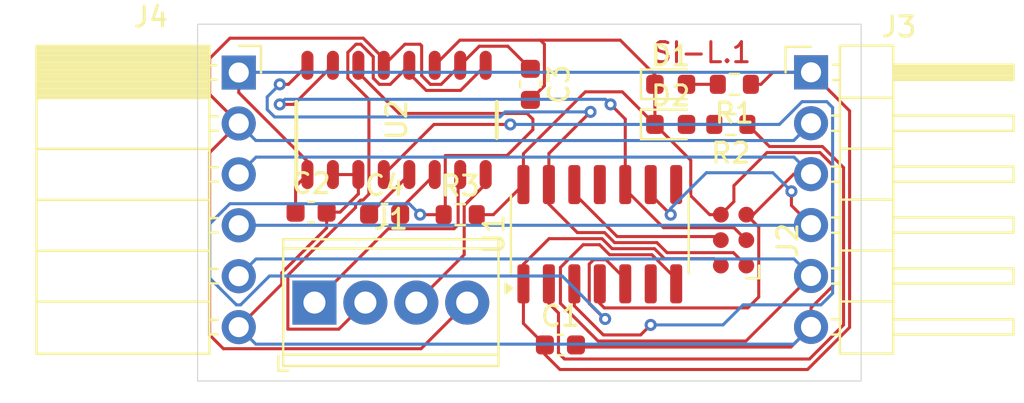
<source format=kicad_pcb>
(kicad_pcb (version 20240108) (generator "pcbnew") (generator_version "8.0")
  (layers (0 "F.Cu" signal) (31 "B.Cu" signal) (34 "B.Paste" user) (35 "F.Paste" user) (36 "B.SilkS" user "B.Silkscreen") (37 "F.SilkS" user "F.Silkscreen") (38 "B.Mask" user) (39 "F.Mask" user) (44 "Edge.Cuts" user))
  (net 0 "")
  (net 1 "+3V3")
  (net 2 "GND")
  (net 3 "+5V")
  (net 4 "Net-(C4-Pad1)")
  (net 5 "Net-(C4-Pad2)")
  (net 6 "Net-(D1-A)")
  (net 7 "Net-(D2-A)")
  (net 8 "/LC_+SI")
  (net 9 "/LC_-SI")
  (net 10 "/LC_-EX")
  (net 11 "/SPI_SCK")
  (net 12 "/SPI_MOSI")
  (net 13 "/SPI_MISO")
  (net 14 "/RESET")
  (net 15 "/I2C_SCL")
  (net 16 "/I2C_SDA")
  (net 17 "/ADC_SHDN")
  (net 18 "/STATUS")
  (net 19 "/SPI_SS")
  (net 22 "/ADC_SPD")
  (footprint "Capacitor_SMD:C_0603_1608Metric" (layer "F.Cu") (at 151.5 98.5 -90)
    (property "Reference" "C3" (at 0 -1.43 90) (layer "F.SilkS"))
    (property "Value" "1u")
    (fp_line (start -0.14058 0.51) (end 0.14058 0.51) (stroke (width 0.12)) (layer "F.SilkS"))
    (fp_line (start -0.14058 -0.51) (end 0.14058 -0.51) (stroke (width 0.12)) (layer "F.SilkS"))
    (pad "1" smd roundrect (at -0.775 0 270) (size 0.9 0.95) (layers "F.Cu" "F.Paste" "F.Mask") (net 3 "+5V"))
    (pad "2" smd roundrect (at 0.775 0 270) (size 0.9 0.95) (layers "F.Cu" "F.Paste" "F.Mask") (net 2 "GND"))
  )
  (footprint "Capacitor_SMD:C_0603_1608Metric" (layer "F.Cu") (at 153 111.5)
    (property "Reference" "C1" (at 0 -1.43 0) (layer "F.SilkS"))
    (property "Value" "0.1u")
    (fp_line (start -0.14058 -0.51) (end 0.14058 -0.51) (stroke (width 0.12)) (layer "F.SilkS"))
    (fp_line (start -0.14058 0.51) (end 0.14058 0.51) (stroke (width 0.12)) (layer "F.SilkS"))
    (pad "1" smd roundrect (at -0.775 0) (size 0.9 0.95) (layers "F.Cu" "F.Paste" "F.Mask") (net 1 "+3V3"))
    (pad "2" smd roundrect (at 0.775 0) (size 0.9 0.95) (layers "F.Cu" "F.Paste" "F.Mask") (net 2 "GND"))
  )
  (footprint "LED_SMD:LED_0603_1608Metric" (layer "F.Cu") (at 158.5 100.5)
    (property "Reference" "D2" (at 0 -1.43 0) (layer "F.SilkS"))
    (property "Value" "LED")
    (fp_line (start -1.485 -0.735) (end -1.485 0.735) (stroke (width 0.12)) (layer "F.SilkS"))
    (fp_line (start -1.485 0.735) (end 0.8 0.735) (stroke (width 0.12)) (layer "F.SilkS"))
    (fp_line (start 0.8 -0.735) (end -1.485 -0.735) (stroke (width 0.12)) (layer "F.SilkS"))
    (pad "1" smd roundrect (at -0.7875 0) (size 0.875 0.95) (layers "F.Cu" "F.Paste" "F.Mask") (net 2 "GND"))
    (pad "2" smd roundrect (at 0.7875 0) (size 0.875 0.95) (layers "F.Cu" "F.Paste" "F.Mask") (net 7 "Net-(D2-A)"))
  )
  (footprint "footprints:D0016A_N" (layer "F.Cu") (at 144.825 100.274999 90)
    (property "Reference" "U2" (at 0 0 90) (layer "F.SilkS"))
    (property "Value" "ADS1231ID")
    (fp_line (start -3.300001 -5) (end 0.900001 -5) (stroke (width 0.2)) (layer "F.SilkS"))
    (fp_line (start -0.900001 5) (end 0.900001 5) (stroke (width 0.2)) (layer "F.SilkS"))
    (pad "1" smd oval (at -2.725001 -4.445 180) (size 0.599999 1.45) (layers "F.Cu" "F.Paste" "F.Mask") (net 1 "+3V3"))
    (pad "2" smd oval (at -2.725001 -3.175 180) (size 0.599999 1.45) (layers "F.Cu" "F.Paste" "F.Mask") (net 2 "GND"))
    (pad "3" smd oval (at -2.725001 -1.905 180) (size 0.599999 1.45) (layers "F.Cu" "F.Paste" "F.Mask") (net 2 "GND"))
    (pad "4" smd oval (at -2.725001 -0.635 180) (size 0.599999 1.45) (layers "F.Cu" "F.Paste" "F.Mask") (net 22 "/ADC_SPD"))
    (pad "5" smd oval (at -2.725001 0.635 180) (size 0.599999 1.45) (layers "F.Cu" "F.Paste" "F.Mask") (net 4 "Net-(C4-Pad1)"))
    (pad "6" smd oval (at -2.725001 1.905 180) (size 0.599999 1.45) (layers "F.Cu" "F.Paste" "F.Mask") (net 5 "Net-(C4-Pad2)"))
    (pad "7" smd oval (at -2.725001 3.175 180) (size 0.599999 1.45) (layers "F.Cu" "F.Paste" "F.Mask") (net 8 "/LC_+SI"))
    (pad "8" smd oval (at -2.725001 4.445 180) (size 0.599999 1.45) (layers "F.Cu" "F.Paste" "F.Mask") (net 9 "/LC_-SI"))
    (pad "9" smd oval (at 2.724998 4.445 180) (size 0.599999 1.45) (layers "F.Cu" "F.Paste" "F.Mask") (net 10 "/LC_-EX"))
    (pad "10" smd oval (at 2.724998 3.175 180) (size 0.599999 1.45) (layers "F.Cu" "F.Paste" "F.Mask") (net 3 "+5V"))
    (pad "11" smd oval (at 2.724998 1.905 180) (size 0.599999 1.45) (layers "F.Cu" "F.Paste" "F.Mask") (net 2 "GND"))
    (pad "12" smd oval (at 2.724998 0.635 180) (size 0.599999 1.45) (layers "F.Cu" "F.Paste" "F.Mask") (net 10 "/LC_-EX"))
    (pad "13" smd oval (at 2.724998 -0.635 180) (size 0.599999 1.45) (layers "F.Cu" "F.Paste" "F.Mask") (net 3 "+5V"))
    (pad "14" smd oval (at 2.724998 -1.905 180) (size 0.599999 1.45) (layers "F.Cu" "F.Paste" "F.Mask") (net 17 "/ADC_SHDN"))
    (pad "15" smd oval (at 2.724998 -3.175 180) (size 0.599999 1.45) (layers "F.Cu" "F.Paste" "F.Mask") (net 11 "/SPI_SCK"))
    (pad "16" smd oval (at 2.724998 -4.445 180) (size 0.599999 1.45) (layers "F.Cu" "F.Paste" "F.Mask") (net 13 "/SPI_MISO"))
  )
  (footprint "LED_SMD:LED_0603_1608Metric" (layer "F.Cu") (at 158.5 98.5)
    (property "Reference" "D1" (at 0 -1.43 0) (layer "F.SilkS"))
    (property "Value" "LED")
    (fp_line (start -1.485 -0.735) (end -1.485 0.735) (stroke (width 0.12)) (layer "F.SilkS"))
    (fp_line (start -1.485 0.735) (end 0.8 0.735) (stroke (width 0.12)) (layer "F.SilkS"))
    (fp_line (start 0.8 -0.735) (end -1.485 -0.735) (stroke (width 0.12)) (layer "F.SilkS"))
    (pad "1" smd roundrect (at -0.7875 0) (size 0.875 0.95) (layers "F.Cu" "F.Paste" "F.Mask") (net 2 "GND"))
    (pad "2" smd roundrect (at 0.7875 0) (size 0.875 0.95) (layers "F.Cu" "F.Paste" "F.Mask") (net 6 "Net-(D1-A)"))
  )
  (footprint "Capacitor_SMD:C_0603_1608Metric" (layer "F.Cu") (at 140.562622 104.875737)
    (property "Reference" "C2" (at 0 -1.43 0) (layer "F.SilkS"))
    (property "Value" "1u")
    (fp_line (start -0.14058 -0.51) (end 0.14058 -0.51) (stroke (width 0.12)) (layer "F.SilkS"))
    (fp_line (start -0.14058 0.51) (end 0.14058 0.51) (stroke (width 0.12)) (layer "F.SilkS"))
    (pad "1" smd roundrect (at -0.775 0) (size 0.9 0.95) (layers "F.Cu" "F.Paste" "F.Mask") (net 1 "+3V3"))
    (pad "2" smd roundrect (at 0.775 0) (size 0.9 0.95) (layers "F.Cu" "F.Paste" "F.Mask") (net 2 "GND"))
  )
  (footprint "Connector:Tag-Connect_TC2030-IDC-NL_2x03_P1.27mm_Vertical" (layer "F.Cu") (at 161.636496 106.270355 90)
    (property "Reference" "J2" (at 0 2.7 90) (layer "F.SilkS"))
    (property "Value" "AVR-ISP-6")
    (fp_line (start -1.27 1.27) (end -1.905 1.27) (stroke (width 0.12)) (layer "F.SilkS"))
    (fp_line (start -1.905 1.27) (end -1.905 0.635) (stroke (width 0.12)) (layer "F.SilkS"))
    (pad "" np_thru_hole circle (at -2.54 0 90) (size 0.9906 0.9906) (drill 0.9906) (layers "*.Cu" "*.Mask"))
    (pad "" np_thru_hole circle (at 2.54 -1.016 90) (size 0.9906 0.9906) (drill 0.9906) (layers "*.Cu" "*.Mask"))
    (pad "" np_thru_hole circle (at 2.54 1.016 90) (size 0.9906 0.9906) (drill 0.9906) (layers "*.Cu" "*.Mask"))
    (pad "1" connect circle (at -1.27 0.635 90) (size 0.7874 0.7874) (layers "F.Cu" "F.Mask") (net 13 "/SPI_MISO"))
    (pad "2" connect circle (at -1.27 -0.635 90) (size 0.7874 0.7874) (layers "F.Cu" "F.Mask") (net 1 "+3V3"))
    (pad "3" connect circle (at 0 0.635 90) (size 0.7874 0.7874) (layers "F.Cu" "F.Mask") (net 11 "/SPI_SCK"))
    (pad "4" connect circle (at 0 -0.635 90) (size 0.7874 0.7874) (layers "F.Cu" "F.Mask") (net 12 "/SPI_MOSI"))
    (pad "5" connect circle (at 1.27 0.635 90) (size 0.7874 0.7874) (layers "F.Cu" "F.Mask") (net 14 "/RESET"))
    (pad "6" connect circle (at 1.27 -0.635 90) (size 0.7874 0.7874) (layers "F.Cu" "F.Mask") (net 2 "GND"))
  )
  (footprint "TerminalBlock_Phoenix:TerminalBlock_Phoenix_MPT-0,5-4-2.54_1x04_P2.54mm_Horizontal" (layer "F.Cu") (at 140.729508 109.386164)
    (property "Reference" "J1" (at 3.81 -4.16 0) (layer "F.SilkS"))
    (property "Value" "Screw_Terminal_01x04")
    (fp_line (start -1.8 2.66) (end -1.8 3.4) (stroke (width 0.12)) (layer "F.SilkS"))
    (fp_line (start -1.8 3.4) (end -1.3 3.4) (stroke (width 0.12)) (layer "F.SilkS"))
    (fp_line (start -1.56 -3.16) (end -1.56 3.16) (stroke (width 0.12)) (layer "F.SilkS"))
    (fp_line (start -1.56 -3.16) (end 9.18 -3.16) (stroke (width 0.12)) (layer "F.SilkS"))
    (fp_line (start -1.56 -2.7) (end 9.18 -2.7) (stroke (width 0.12)) (layer "F.SilkS"))
    (fp_line (start -1.56 2.6) (end 9.18 2.6) (stroke (width 0.12)) (layer "F.SilkS"))
    (fp_line (start -1.56 3.16) (end 9.18 3.16) (stroke (width 0.12)) (layer "F.SilkS"))
    (fp_line (start 9.18 -3.16) (end 9.18 3.16) (stroke (width 0.12)) (layer "F.SilkS"))
    (pad "1" thru_hole rect (at 0 0) (size 2.2 2.2) (drill 1.1) (layers "*.Cu" "*.Mask") (net 8 "/LC_+SI"))
    (pad "2" thru_hole circle (at 2.54 0) (size 2.2 2.2) (drill 1.1) (layers "*.Cu" "*.Mask") (net 10 "/LC_-EX"))
    (pad "3" thru_hole circle (at 5.08 0) (size 2.2 2.2) (drill 1.1) (layers "*.Cu" "*.Mask") (net 9 "/LC_-SI"))
    (pad "4" thru_hole circle (at 7.62 0) (size 2.2 2.2) (drill 1.1) (layers "*.Cu" "*.Mask") (net 3 "+5V"))
  )
  (footprint "Resistor_SMD:R_0603_1608Metric" (layer "F.Cu") (at 161.5 100.5 180)
    (property "Reference" "R2" (at 0 -1.43 0) (layer "F.SilkS"))
    (property "Value" "330")
    (fp_line (start -0.237258 0.5225) (end 0.237258 0.5225) (stroke (width 0.12)) (layer "F.SilkS"))
    (fp_line (start -0.237258 -0.5225) (end 0.237258 -0.5225) (stroke (width 0.12)) (layer "F.SilkS"))
    (pad "1" smd roundrect (at -0.825 0 180) (size 0.8 0.95) (layers "F.Cu" "F.Paste" "F.Mask") (net 18 "/STATUS"))
    (pad "2" smd roundrect (at 0.825 0 180) (size 0.8 0.95) (layers "F.Cu" "F.Paste" "F.Mask") (net 7 "Net-(D2-A)"))
  )
  (footprint "Resistor_SMD:R_0603_1608Metric" (layer "F.Cu") (at 148 105)
    (property "Reference" "R3" (at 0 -1.43 0) (layer "F.SilkS"))
    (property "Value" "10k")
    (fp_line (start -0.237258 -0.5225) (end 0.237258 -0.5225) (stroke (width 0.12)) (layer "F.SilkS"))
    (fp_line (start -0.237258 0.5225) (end 0.237258 0.5225) (stroke (width 0.12)) (layer "F.SilkS"))
    (pad "1" smd roundrect (at -0.825 0) (size 0.8 0.95) (layers "F.Cu" "F.Paste" "F.Mask") (net 17 "/ADC_SHDN"))
    (pad "2" smd roundrect (at 0.825 0) (size 0.8 0.95) (layers "F.Cu" "F.Paste" "F.Mask") (net 2 "GND"))
  )
  (footprint "Capacitor_SMD:C_0603_1608Metric" (layer "F.Cu") (at 144.229866 104.975149)
    (property "Reference" "C4" (at 0 -1.43 0) (layer "F.SilkS"))
    (property "Value" "0.1u")
    (fp_line (start -0.14058 -0.51) (end 0.14058 -0.51) (stroke (width 0.12)) (layer "F.SilkS"))
    (fp_line (start -0.14058 0.51) (end 0.14058 0.51) (stroke (width 0.12)) (layer "F.SilkS"))
    (pad "1" smd roundrect (at -0.775 0) (size 0.9 0.95) (layers "F.Cu" "F.Paste" "F.Mask") (net 4 "Net-(C4-Pad1)"))
    (pad "2" smd roundrect (at 0.775 0) (size 0.9 0.95) (layers "F.Cu" "F.Paste" "F.Mask") (net 5 "Net-(C4-Pad2)"))
  )
  (footprint "Package_SO:SOIC-14_3.9x8.7mm_P1.27mm" (layer "F.Cu") (at 154.963406 105.975748 90)
    (property "Reference" "U1" (at 0 -5.28 90) (layer "F.SilkS"))
    (property "Value" "ATtiny841-SS")
    (fp_line (start 0 -4.435) (end 1.95 -4.435) (stroke (width 0.12)) (layer "F.SilkS"))
    (fp_line (start 0 -4.435) (end -1.95 -4.435) (stroke (width 0.12)) (layer "F.SilkS"))
    (fp_line (start 0 4.435) (end 1.95 4.435) (stroke (width 0.12)) (layer "F.SilkS"))
    (fp_line (start 0 4.435) (end -1.95 4.435) (stroke (width 0.12)) (layer "F.SilkS"))
    (fp_poly (pts (xy -2.7 -4.37) (xy -2.94 -4.7) (xy -2.46 -4.7) (xy -2.7 -4.37)) (stroke (width 0.12)) (fill solid) (layer "F.SilkS"))
    (pad "1" smd roundrect (at -2.475 -3.81 90) (size 1.95 0.6) (layers "F.Cu" "F.Paste" "F.Mask") (net 1 "+3V3"))
    (pad "2" smd roundrect (at -2.475 -2.54 90) (size 1.95 0.6) (layers "F.Cu" "F.Paste" "F.Mask") (net 18 "/STATUS"))
    (pad "3" smd roundrect (at -2.475 -1.27 90) (size 1.95 0.6) (layers "F.Cu" "F.Paste" "F.Mask") (net 22 "/ADC_SPD"))
    (pad "4" smd roundrect (at -2.475 0 90) (size 1.95 0.6) (layers "F.Cu" "F.Paste" "F.Mask") (net 14 "/RESET"))
    (pad "5" smd roundrect (at -2.475 1.27 90) (size 1.95 0.6) (layers "F.Cu" "F.Paste" "F.Mask") (net 17 "/ADC_SHDN"))
    (pad "6" smd roundrect (at -2.475 2.54 90) (size 1.95 0.6) (layers "F.Cu" "F.Paste" "F.Mask"))
    (pad "7" smd roundrect (at -2.475 3.81 90) (size 1.95 0.6) (layers "F.Cu" "F.Paste" "F.Mask") (net 16 "/I2C_SDA"))
    (pad "8" smd roundrect (at 2.475 3.81 90) (size 1.95 0.6) (layers "F.Cu" "F.Paste" "F.Mask"))
    (pad "9" smd roundrect (at 2.475 2.54 90) (size 1.95 0.6) (layers "F.Cu" "F.Paste" "F.Mask") (net 15 "/I2C_SCL"))
    (pad "10" smd roundrect (at 2.475 1.27 90) (size 1.95 0.6) (layers "F.Cu" "F.Paste" "F.Mask") (net 11 "/SPI_SCK"))
    (pad "11" smd roundrect (at 2.475 0 90) (size 1.95 0.6) (layers "F.Cu" "F.Paste" "F.Mask") (net 19 "/SPI_SS"))
    (pad "12" smd roundrect (at 2.475 -1.27 90) (size 1.95 0.6) (layers "F.Cu" "F.Paste" "F.Mask") (net 12 "/SPI_MOSI"))
    (pad "13" smd roundrect (at 2.475 -2.54 90) (size 1.95 0.6) (layers "F.Cu" "F.Paste" "F.Mask") (net 13 "/SPI_MISO"))
    (pad "14" smd roundrect (at 2.475 -3.81 90) (size 1.95 0.6) (layers "F.Cu" "F.Paste" "F.Mask") (net 2 "GND"))
  )
  (footprint "Connector_PinSocket_2.54mm:PinSocket_1x06_P2.54mm_Horizontal" (layer "F.Cu") (at 136.953623 97.910917)
    (property "Reference" "J4" (at -4.38 -2.77 0) (layer "F.SilkS"))
    (property "Value" "Conn_01x06_Socket")
    (fp_line (start -10.09 -1.33) (end -10.09 14.03) (stroke (width 0.12)) (layer "F.SilkS"))
    (fp_line (start -10.09 -1.33) (end -1.46 -1.33) (stroke (width 0.12)) (layer "F.SilkS"))
    (fp_line (start -10.09 -1.21) (end -1.46 -1.21) (stroke (width 0.12)) (layer "F.SilkS"))
    (fp_line (start -10.09 -1.091905) (end -1.46 -1.091905) (stroke (width 0.12)) (layer "F.SilkS"))
    (fp_line (start -10.09 -0.97381) (end -1.46 -0.97381) (stroke (width 0.12)) (layer "F.SilkS"))
    (fp_line (start -10.09 -0.855715) (end -1.46 -0.855715) (stroke (width 0.12)) (layer "F.SilkS"))
    (fp_line (start -10.09 -0.73762) (end -1.46 -0.73762) (stroke (width 0.12)) (layer "F.SilkS"))
    (fp_line (start -10.09 -0.619525) (end -1.46 -0.619525) (stroke (width 0.12)) (layer "F.SilkS"))
    (fp_line (start -10.09 -0.50143) (end -1.46 -0.50143) (stroke (width 0.12)) (layer "F.SilkS"))
    (fp_line (start -10.09 -0.383335) (end -1.46 -0.383335) (stroke (width 0.12)) (layer "F.SilkS"))
    (fp_line (start -10.09 -0.26524) (end -1.46 -0.26524) (stroke (width 0.12)) (layer "F.SilkS"))
    (fp_line (start -10.09 -0.147145) (end -1.46 -0.147145) (stroke (width 0.12)) (layer "F.SilkS"))
    (fp_line (start -10.09 -0.02905) (end -1.46 -0.02905) (stroke (width 0.12)) (layer "F.SilkS"))
    (fp_line (start -10.09 0.089045) (end -1.46 0.089045) (stroke (width 0.12)) (layer "F.SilkS"))
    (fp_line (start -10.09 0.20714) (end -1.46 0.20714) (stroke (width 0.12)) (layer "F.SilkS"))
    (fp_line (start -10.09 0.325235) (end -1.46 0.325235) (stroke (width 0.12)) (layer "F.SilkS"))
    (fp_line (start -10.09 0.44333) (end -1.46 0.44333) (stroke (width 0.12)) (layer "F.SilkS"))
    (fp_line (start -10.09 0.561425) (end -1.46 0.561425) (stroke (width 0.12)) (layer "F.SilkS"))
    (fp_line (start -10.09 0.67952) (end -1.46 0.67952) (stroke (width 0.12)) (layer "F.SilkS"))
    (fp_line (start -10.09 0.797615) (end -1.46 0.797615) (stroke (width 0.12)) (layer "F.SilkS"))
    (fp_line (start -10.09 0.91571) (end -1.46 0.91571) (stroke (width 0.12)) (layer "F.SilkS"))
    (fp_line (start -10.09 1.033805) (end -1.46 1.033805) (stroke (width 0.12)) (layer "F.SilkS"))
    (fp_line (start -10.09 1.1519) (end -1.46 1.1519) (stroke (width 0.12)) (layer "F.SilkS"))
    (fp_line (start -10.09 1.27) (end -1.46 1.27) (stroke (width 0.12)) (layer "F.SilkS"))
    (fp_line (start -10.09 3.81) (end -1.46 3.81) (stroke (width 0.12)) (layer "F.SilkS"))
    (fp_line (start -10.09 6.35) (end -1.46 6.35) (stroke (width 0.12)) (layer "F.SilkS"))
    (fp_line (start -10.09 8.89) (end -1.46 8.89) (stroke (width 0.12)) (layer "F.SilkS"))
    (fp_line (start -10.09 11.43) (end -1.46 11.43) (stroke (width 0.12)) (layer "F.SilkS"))
    (fp_line (start -10.09 14.03) (end -1.46 14.03) (stroke (width 0.12)) (layer "F.SilkS"))
    (fp_line (start -1.46 -1.33) (end -1.46 14.03) (stroke (width 0.12)) (layer "F.SilkS"))
    (fp_line (start -1.46 -0.36) (end -1.11 -0.36) (stroke (width 0.12)) (layer "F.SilkS"))
    (fp_line (start -1.46 0.36) (end -1.11 0.36) (stroke (width 0.12)) (layer "F.SilkS"))
    (fp_line (start -1.46 2.18) (end -1.05 2.18) (stroke (width 0.12)) (layer "F.SilkS"))
    (fp_line (start -1.46 2.9) (end -1.05 2.9) (stroke (width 0.12)) (layer "F.SilkS"))
    (fp_line (start -1.46 4.72) (end -1.05 4.72) (stroke (width 0.12)) (layer "F.SilkS"))
    (fp_line (start -1.46 5.44) (end -1.05 5.44) (stroke (width 0.12)) (layer "F.SilkS"))
    (fp_line (start -1.46 7.26) (end -1.05 7.26) (stroke (width 0.12)) (layer "F.SilkS"))
    (fp_line (start -1.46 7.98) (end -1.05 7.98) (stroke (width 0.12)) (layer "F.SilkS"))
    (fp_line (start -1.46 9.8) (end -1.05 9.8) (stroke (width 0.12)) (layer "F.SilkS"))
    (fp_line (start -1.46 10.52) (end -1.05 10.52) (stroke (width 0.12)) (layer "F.SilkS"))
    (fp_line (start -1.46 12.34) (end -1.05 12.34) (stroke (width 0.12)) (layer "F.SilkS"))
    (fp_line (start -1.46 13.06) (end -1.05 13.06) (stroke (width 0.12)) (layer "F.SilkS"))
    (fp_line (start 0 -1.33) (end 1.11 -1.33) (stroke (width 0.12)) (layer "F.SilkS"))
    (fp_line (start 1.11 -1.33) (end 1.11 0) (stroke (width 0.12)) (layer "F.SilkS"))
    (pad "1" thru_hole rect (at 0 0) (size 1.7 1.7) (drill 1) (layers "*.Cu" "*.Mask") (net 1 "+3V3"))
    (pad "2" thru_hole oval (at 0 2.54) (size 1.7 1.7) (drill 1) (layers "*.Cu" "*.Mask") (net 3 "+5V"))
    (pad "3" thru_hole oval (at 0 5.08) (size 1.7 1.7) (drill 1) (layers "*.Cu" "*.Mask") (net 14 "/RESET"))
    (pad "4" thru_hole oval (at 0 7.62) (size 1.7 1.7) (drill 1) (layers "*.Cu" "*.Mask") (net 15 "/I2C_SCL"))
    (pad "5" thru_hole oval (at 0 10.16) (size 1.7 1.7) (drill 1) (layers "*.Cu" "*.Mask") (net 16 "/I2C_SDA"))
    (pad "6" thru_hole oval (at 0 12.7) (size 1.7 1.7) (drill 1) (layers "*.Cu" "*.Mask") (net 2 "GND"))
  )
  (footprint "Resistor_SMD:R_0603_1608Metric" (layer "F.Cu") (at 161.675 98.5 180)
    (property "Reference" "R1" (at 0 -1.43 0) (layer "F.SilkS"))
    (property "Value" "330")
    (fp_line (start -0.237258 0.5225) (end 0.237258 0.5225) (stroke (width 0.12)) (layer "F.SilkS"))
    (fp_line (start -0.237258 -0.5225) (end 0.237258 -0.5225) (stroke (width 0.12)) (layer "F.SilkS"))
    (pad "1" smd roundrect (at -0.825 0 180) (size 0.8 0.95) (layers "F.Cu" "F.Paste" "F.Mask") (net 1 "+3V3"))
    (pad "2" smd roundrect (at 0.825 0 180) (size 0.8 0.95) (layers "F.Cu" "F.Paste" "F.Mask") (net 6 "Net-(D1-A)"))
  )
  (footprint "Connector_PinHeader_2.54mm:PinHeader_1x06_P2.54mm_Horizontal" (layer "F.Cu") (at 165.5 97.9)
    (property "Reference" "J3" (at 4.385 -2.27 0) (layer "F.SilkS"))
    (property "Value" "Conn_01x06_Pin")
    (fp_line (start -1.27 -1.27) (end 0 -1.27) (stroke (width 0.12)) (layer "F.SilkS"))
    (fp_line (start -1.27 0) (end -1.27 -1.27) (stroke (width 0.12)) (layer "F.SilkS"))
    (fp_line (start 1.042929 2.16) (end 1.44 2.16) (stroke (width 0.12)) (layer "F.SilkS"))
    (fp_line (start 1.042929 2.92) (end 1.44 2.92) (stroke (width 0.12)) (layer "F.SilkS"))
    (fp_line (start 1.042929 4.7) (end 1.44 4.7) (stroke (width 0.12)) (layer "F.SilkS"))
    (fp_line (start 1.042929 5.46) (end 1.44 5.46) (stroke (width 0.12)) (layer "F.SilkS"))
    (fp_line (start 1.042929 7.24) (end 1.44 7.24) (stroke (width 0.12)) (layer "F.SilkS"))
    (fp_line (start 1.042929 8) (end 1.44 8) (stroke (width 0.12)) (layer "F.SilkS"))
    (fp_line (start 1.042929 9.78) (end 1.44 9.78) (stroke (width 0.12)) (layer "F.SilkS"))
    (fp_line (start 1.042929 10.54) (end 1.44 10.54) (stroke (width 0.12)) (layer "F.SilkS"))
    (fp_line (start 1.042929 12.32) (end 1.44 12.32) (stroke (width 0.12)) (layer "F.SilkS"))
    (fp_line (start 1.042929 13.08) (end 1.44 13.08) (stroke (width 0.12)) (layer "F.SilkS"))
    (fp_line (start 1.11 -0.38) (end 1.44 -0.38) (stroke (width 0.12)) (layer "F.SilkS"))
    (fp_line (start 1.11 0.38) (end 1.44 0.38) (stroke (width 0.12)) (layer "F.SilkS"))
    (fp_line (start 1.44 -1.33) (end 1.44 14.03) (stroke (width 0.12)) (layer "F.SilkS"))
    (fp_line (start 1.44 1.27) (end 4.1 1.27) (stroke (width 0.12)) (layer "F.SilkS"))
    (fp_line (start 1.44 3.81) (end 4.1 3.81) (stroke (width 0.12)) (layer "F.SilkS"))
    (fp_line (start 1.44 6.35) (end 4.1 6.35) (stroke (width 0.12)) (layer "F.SilkS"))
    (fp_line (start 1.44 8.89) (end 4.1 8.89) (stroke (width 0.12)) (layer "F.SilkS"))
    (fp_line (start 1.44 11.43) (end 4.1 11.43) (stroke (width 0.12)) (layer "F.SilkS"))
    (fp_line (start 1.44 14.03) (end 4.1 14.03) (stroke (width 0.12)) (layer "F.SilkS"))
    (fp_line (start 4.1 -1.33) (end 1.44 -1.33) (stroke (width 0.12)) (layer "F.SilkS"))
    (fp_line (start 4.1 -0.38) (end 10.1 -0.38) (stroke (width 0.12)) (layer "F.SilkS"))
    (fp_line (start 4.1 -0.32) (end 10.1 -0.32) (stroke (width 0.12)) (layer "F.SilkS"))
    (fp_line (start 4.1 -0.2) (end 10.1 -0.2) (stroke (width 0.12)) (layer "F.SilkS"))
    (fp_line (start 4.1 -0.08) (end 10.1 -0.08) (stroke (width 0.12)) (layer "F.SilkS"))
    (fp_line (start 4.1 0.04) (end 10.1 0.04) (stroke (width 0.12)) (layer "F.SilkS"))
    (fp_line (start 4.1 0.16) (end 10.1 0.16) (stroke (width 0.12)) (layer "F.SilkS"))
    (fp_line (start 4.1 0.28) (end 10.1 0.28) (stroke (width 0.12)) (layer "F.SilkS"))
    (fp_line (start 4.1 2.16) (end 10.1 2.16) (stroke (width 0.12)) (layer "F.SilkS"))
    (fp_line (start 4.1 4.7) (end 10.1 4.7) (stroke (width 0.12)) (layer "F.SilkS"))
    (fp_line (start 4.1 7.24) (end 10.1 7.24) (stroke (width 0.12)) (layer "F.SilkS"))
    (fp_line (start 4.1 9.78) (end 10.1 9.78) (stroke (width 0.12)) (layer "F.SilkS"))
    (fp_line (start 4.1 12.32) (end 10.1 12.32) (stroke (width 0.12)) (layer "F.SilkS"))
    (fp_line (start 4.1 14.03) (end 4.1 -1.33) (stroke (width 0.12)) (layer "F.SilkS"))
    (fp_line (start 10.1 -0.38) (end 10.1 0.38) (stroke (width 0.12)) (layer "F.SilkS"))
    (fp_line (start 10.1 0.38) (end 4.1 0.38) (stroke (width 0.12)) (layer "F.SilkS"))
    (fp_line (start 10.1 2.16) (end 10.1 2.92) (stroke (width 0.12)) (layer "F.SilkS"))
    (fp_line (start 10.1 2.92) (end 4.1 2.92) (stroke (width 0.12)) (layer "F.SilkS"))
    (fp_line (start 10.1 4.7) (end 10.1 5.46) (stroke (width 0.12)) (layer "F.SilkS"))
    (fp_line (start 10.1 5.46) (end 4.1 5.46) (stroke (width 0.12)) (layer "F.SilkS"))
    (fp_line (start 10.1 7.24) (end 10.1 8) (stroke (width 0.12)) (layer "F.SilkS"))
    (fp_line (start 10.1 8) (end 4.1 8) (stroke (width 0.12)) (layer "F.SilkS"))
    (fp_line (start 10.1 9.78) (end 10.1 10.54) (stroke (width 0.12)) (layer "F.SilkS"))
    (fp_line (start 10.1 10.54) (end 4.1 10.54) (stroke (width 0.12)) (layer "F.SilkS"))
    (fp_line (start 10.1 12.32) (end 10.1 13.08) (stroke (width 0.12)) (layer "F.SilkS"))
    (fp_line (start 10.1 13.08) (end 4.1 13.08) (stroke (width 0.12)) (layer "F.SilkS"))
    (pad "1" thru_hole rect (at 0 0) (size 1.7 1.7) (drill 1) (layers "*.Cu" "*.Mask") (net 1 "+3V3"))
    (pad "2" thru_hole oval (at 0 2.54) (size 1.7 1.7) (drill 1) (layers "*.Cu" "*.Mask") (net 3 "+5V"))
    (pad "3" thru_hole oval (at 0 5.08) (size 1.7 1.7) (drill 1) (layers "*.Cu" "*.Mask") (net 14 "/RESET"))
    (pad "4" thru_hole oval (at 0 7.62) (size 1.7 1.7) (drill 1) (layers "*.Cu" "*.Mask") (net 15 "/I2C_SCL"))
    (pad "5" thru_hole oval (at 0 10.16) (size 1.7 1.7) (drill 1) (layers "*.Cu" "*.Mask") (net 16 "/I2C_SDA"))
    (pad "6" thru_hole oval (at 0 12.7) (size 1.7 1.7) (drill 1) (layers "*.Cu" "*.Mask") (net 2 "GND"))
  )
  (gr_rect (start 134.9 95.5) (end 168 113.3) (stroke (width 0.05)) (fill none) (layer "Edge.Cuts"))
  (gr_text "SI-L.1" (at 157.5 97.5 0) (layer "F.Cu") (effects (font (size 1 1)) (justify left bottom)))
  (segment (start 165.325835 112.7238) (end 167.4238 110.625835) (width 0.1524) (layer "F.Cu") (net 1))
  (segment (start 140.38 103) (end 140.38 102.339694) (width 0.1524) (layer "F.Cu") (net 1))
  (segment (start 152.431555 106.1976) (end 151.153406 107.475749) (width 0.1524) (layer "F.Cu") (net 1))
  (segment (start 160.658741 107.1976) (end 158.1891 107.1976) (width 0.1524) (layer "F.Cu") (net 1))
  (segment (start 162.5 98.5) (end 163 98.5) (width 0.1524) (layer "F.Cu") (net 1))
  (segment (start 139.787622 103.592378) (end 140.38 103) (width 0.1524) (layer "F.Cu") (net 1))
  (segment (start 163.6 97.9) (end 165.5 97.9) (width 0.1524) (layer "F.Cu") (net 1))
  (segment (start 152.9738 112.7238) (end 165.325835 112.7238) (width 0.1524) (layer "F.Cu") (net 1))
  (segment (start 155.076758 106.1976) (end 152.431555 106.1976) (width 0.1524) (layer "F.Cu") (net 1))
  (segment (start 163 98.5) (end 163.6 97.9) (width 0.1524) (layer "F.Cu") (net 1))
  (segment (start 152.225 111.975) (end 152.9738 112.7238) (width 0.1524) (layer "F.Cu") (net 1))
  (segment (start 167.4238 99.8238) (end 165.5 97.9) (width 0.1524) (layer "F.Cu") (net 1))
  (segment (start 152.225 111.5) (end 152.225 111.975) (width 0.1524) (layer "F.Cu") (net 1))
  (segment (start 158.1891 107.1976) (end 157.6891 106.6976) (width 0.1524) (layer "F.Cu") (net 1))
  (segment (start 139.787622 104.875737) (end 139.787622 103.592378) (width 0.1524) (layer "F.Cu") (net 1))
  (segment (start 167.4238 110.625835) (end 167.4238 99.8238) (width 0.1524) (layer "F.Cu") (net 1))
  (segment (start 151.153406 108.450748) (end 151.153406 110.428406) (width 0.1524) (layer "F.Cu") (net 1))
  (segment (start 157.6891 106.6976) (end 155.576758 106.6976) (width 0.1524) (layer "F.Cu") (net 1))
  (segment (start 151.153406 110.428406) (end 152.225 111.5) (width 0.1524) (layer "F.Cu") (net 1))
  (segment (start 161.001496 107.540355) (end 160.658741 107.1976) (width 0.1524) (layer "F.Cu") (net 1))
  (segment (start 155.576758 106.6976) (end 155.076758 106.1976) (width 0.1524) (layer "F.Cu") (net 1))
  (segment (start 140.38 102.339694) (end 136.953623 98.913317) (width 0.1524) (layer "F.Cu") (net 1))
  (segment (start 136.953623 98.913317) (end 136.953623 97.910917) (width 0.1524) (layer "F.Cu") (net 1))
  (segment (start 151.153406 107.475749) (end 151.153406 108.450748) (width 0.1524) (layer "F.Cu") (net 1))
  (segment (start 136.96454 97.9) (end 136.953623 97.910917) (width 0.1524) (layer "B.Cu") (net 1))
  (segment (start 165.5 97.9) (end 136.96454 97.9) (width 0.1524) (layer "B.Cu") (net 1))
  (segment (start 149.654154 105) (end 151.153406 103.500748) (width 0.1524) (layer "F.Cu") (net 2))
  (segment (start 166.5762 102.534223) (end 165.945777 101.9038) (width 0.1524) (layer "F.Cu") (net 2))
  (segment (start 152.2012 96.497601) (end 152 96.296401) (width 0.1524) (layer "F.Cu") (net 2))
  (segment (start 157.7125 98.025001) (end 157.7125 98.5) (width 0.1524) (layer "F.Cu") (net 2))
  (segment (start 142.007292 104.875737) (end 141.337622 104.875737) (width 0.1524) (layer "F.Cu") (net 2))
  (segment (start 154.240619 98.8738) (end 156.0863 98.8738) (width 0.1524) (layer "F.Cu") (net 2))
  (segment (start 141.65 103) (end 142.92 103) (width 0.1524) (layer "F.Cu") (net 2))
  (segment (start 141.337622 104.875737) (end 141.375737 104.875737) (width 0.1524) (layer "F.Cu") (net 2))
  (segment (start 161.001496 105.000355) (end 160.444721 105.000355) (width 0.1524) (layer "F.Cu") (net 2))
  (segment (start 136.953623 110.610917) (end 139.100908 108.463632) (width 0.1524) (layer "F.Cu") (net 2))
  (segment (start 152 96.296401) (end 155.9839 96.296401) (width 0.1524) (layer "F.Cu") (net 2))
  (segment (start 164.4952 111.6048) (end 165.5 110.6) (width 0.1524) (layer "F.Cu") (net 2))
  (segment (start 153.775 111.5) (end 153.8798 111.6048) (width 0.1524) (layer "F.Cu") (net 2))
  (segment (start 165.5 109.644684) (end 166.5762 108.568484) (width 0.1524) (layer "F.Cu") (net 2))
  (segment (start 151.153406 101.961013) (end 154.240619 98.8738) (width 0.1524) (layer "F.Cu") (net 2))
  (segment (start 165.945777 101.9038) (end 163.301142 101.9038) (width 0.1524) (layer "F.Cu") (net 2))
  (segment (start 151.153406 103.500748) (end 151.153406 101.961013) (width 0.1524) (layer "F.Cu") (net 2))
  (segment (start 142.91148 103.971549) (end 142.007292 104.875737) (width 0.1524) (layer "F.Cu") (net 2))
  (segment (start 156.0863 98.8738) (end 157.7125 100.5) (width 0.1524) (layer "F.Cu") (net 2))
  (segment (start 152.2012 98.5738) (end 152.2012 96.497601) (width 0.1524) (layer "F.Cu") (net 2))
  (segment (start 159.5 102.2875) (end 157.7125 100.5) (width 0.1524) (layer "F.Cu") (net 2))
  (segment (start 166.5762 108.568484) (end 166.5762 102.534223) (width 0.1524) (layer "F.Cu") (net 2))
  (segment (start 142.92 103.971549) (end 142.91148 103.971549) (width 0.1524) (layer "F.Cu") (net 2))
  (segment (start 163.301142 101.9038) (end 161.651596 103.553346) (width 0.1524) (layer "F.Cu") (net 2))
  (segment (start 139.100908 107.899092) (end 141.337622 105.662378) (width 0.1524) (layer "F.Cu") (net 2))
  (segment (start 157.7125 98.5) (end 157.7125 100.5) (width 0.1524) (layer "F.Cu") (net 2))
  (segment (start 155.9839 96.296401) (end 157.7125 98.025001) (width 0.1524) (layer "F.Cu") (net 2))
  (segment (start 141.337622 105.662378) (end 141.337622 104.875737) (width 0.1524) (layer "F.Cu") (net 2))
  (segment (start 160.444721 105.000355) (end 159.5 104.055634) (width 0.1524) (layer "F.Cu") (net 2))
  (segment (start 139.100908 108.463632) (end 139.100908 107.899092) (width 0.1524) (layer "F.Cu") (net 2))
  (segment (start 153.8798 111.6048) (end 164.4952 111.6048) (width 0.1524) (layer "F.Cu") (net 2))
  (segment (start 151.5 99.275) (end 152.2012 98.5738) (width 0.1524) (layer "F.Cu") (net 2))
  (segment (start 159.5 104.055634) (end 159.5 102.2875) (width 0.1524) (layer "F.Cu") (net 2))
  (segment (start 165.5 110.6) (end 165.5 109.644684) (width 0.1524) (layer "F.Cu") (net 2))
  (segment (start 142.92 103) (end 142.92 103.971549) (width 0.1524) (layer "F.Cu") (net 2))
  (segment (start 161.651596 103.553346) (end 161.651596 104.350255) (width 0.1524) (layer "F.Cu") (net 2))
  (segment (start 146.73 97.550001) (end 147.9836 96.296401) (width 0.1524) (layer "F.Cu") (net 2))
  (segment (start 147.9836 96.296401) (end 152 96.296401) (width 0.1524) (layer "F.Cu") (net 2))
  (segment (start 148.825 105) (end 149.654154 105) (width 0.1524) (layer "F.Cu") (net 2))
  (segment (start 161.651596 104.350255) (end 161.001496 105.000355) (width 0.1524) (layer "F.Cu") (net 2))
  (segment (start 136.953623 110.610917) (end 137.803623 111.460917) (width 0.1524) (layer "B.Cu") (net 2))
  (segment (start 137.803623 111.460917) (end 164.639083 111.460917) (width 0.1524) (layer "B.Cu") (net 2))
  (segment (start 164.639083 111.460917) (end 165.5 110.6) (width 0.1524) (layer "B.Cu") (net 2))
  (segment (start 144.19 97.223184) (end 143.164416 96.1976) (width 0.1524) (layer "F.Cu") (net 3))
  (segment (start 148.9512 96.598801) (end 150.373801 96.598801) (width 0.1524) (layer "F.Cu") (net 3))
  (segment (start 136.51454 96.1976) (end 135.5 97.21214) (width 0.1524) (layer "F.Cu") (net 3))
  (segment (start 144.19 97.550001) (end 144.19 97.223184) (width 0.1524) (layer "F.Cu") (net 3))
  (segment (start 135.5 111) (end 135.5 101.90454) (width 0.1524) (layer "F.Cu") (net 3))
  (segment (start 135.5 97.21214) (end 135.5 98.997294) (width 0.1524) (layer "F.Cu") (net 3))
  (segment (start 146.0762 96.5762) (end 146 96.5) (width 0.1524) (layer "F.Cu") (net 3))
  (segment (start 148 97.550001) (end 148.9512 96.598801) (width 0.1524) (layer "F.Cu") (net 3))
  (segment (start 135.5 98.997294) (end 136.953623 100.450917) (width 0.1524) (layer "F.Cu") (net 3))
  (segment (start 146 96.5) (end 145.240001 96.5) (width 0.1524) (layer "F.Cu") (net 3))
  (segment (start 146.0762 98.06536) (end 146.0762 96.5762) (width 0.1524) (layer "F.Cu") (net 3))
  (segment (start 145.240001 96.5) (end 144.19 97.550001) (width 0.1524) (layer "F.Cu") (net 3))
  (segment (start 148 97.550001) (end 147.0488 98.501201) (width 0.1524) (layer "F.Cu") (net 3))
  (segment (start 135.5 101.90454) (end 136.953623 100.450917) (width 0.1524) (layer "F.Cu") (net 3))
  (segment (start 143.164416 96.1976) (end 136.51454 96.1976) (width 0.1524) (layer "F.Cu") (net 3))
  (segment (start 146.048555 111.687117) (end 136.187117 111.687117) (width 0.1524) (layer "F.Cu") (net 3))
  (segment (start 150.373801 96.598801) (end 151.5 97.725) (width 0.1524) (layer "F.Cu") (net 3))
  (segment (start 136.187117 111.687117) (end 135.5 111) (width 0.1524) (layer "F.Cu") (net 3))
  (segment (start 148.349508 109.386164) (end 146.048555 111.687117) (width 0.1524) (layer "F.Cu") (net 3))
  (segment (start 146.512041 98.501201) (end 146.0762 98.06536) (width 0.1524) (layer "F.Cu") (net 3))
  (segment (start 147.0488 98.501201) (end 146.512041 98.501201) (width 0.1524) (layer "F.Cu") (net 3))
  (segment (start 164.6376 101.3024) (end 165.5 100.44) (width 0.1524) (layer "B.Cu") (net 3))
  (segment (start 137.805106 101.3024) (end 164.6376 101.3024) (width 0.1524) (layer "B.Cu") (net 3))
  (segment (start 136.953623 100.450917) (end 137.805106 101.3024) (width 0.1524) (layer "B.Cu") (net 3))
  (segment (start 143.454866 104.975149) (end 143.484851 104.975149) (width 0.1524) (layer "F.Cu") (net 4))
  (segment (start 143.484851 104.975149) (end 145.46 103) (width 0.1524) (layer "F.Cu") (net 4))
  (segment (start 145.004866 104.975149) (end 145.004866 104.725134) (width 0.1524) (layer "F.Cu") (net 5))
  (segment (start 145.004866 104.725134) (end 146.73 103) (width 0.1524) (layer "F.Cu") (net 5))
  (segment (start 159.2875 98.5) (end 160.85 98.5) (width 0.1524) (layer "F.Cu") (net 6))
  (segment (start 160.675 100.5) (end 159.2875 100.5) (width 0.1524) (layer "F.Cu") (net 7))
  (segment (start 140.729508 109.386164) (end 144.414472 105.7012) (width 0.1524) (layer "F.Cu") (net 8))
  (segment (start 147.6952 105.7012) (end 147.8964 105.5) (width 0.1524) (layer "F.Cu") (net 8))
  (segment (start 147.8964 103.1036) (end 148 103) (width 0.1524) (layer "F.Cu") (net 8))
  (segment (start 147.8964 105.5) (end 147.8964 103.1036) (width 0.1524) (layer "F.Cu") (net 8))
  (segment (start 144.414472 105.7012) (end 147.6952 105.7012) (width 0.1524) (layer "F.Cu") (net 8))
  (segment (start 149.27 103) (end 149.27 103.47172) (width 0.1524) (layer "F.Cu") (net 9))
  (segment (start 148.1988 106.996872) (end 145.809508 109.386164) (width 0.1524) (layer "F.Cu") (net 9))
  (segment (start 149.27 103.47172) (end 148.1988 104.54292) (width 0.1524) (layer "F.Cu") (net 9))
  (segment (start 148.1988 104.54292) (end 148.1988 106.996872) (width 0.1524) (layer "F.Cu") (net 9))
  (segment (start 142.778666 104.532021) (end 143.036738 104.273949) (width 0.1524) (layer "F.Cu") (net 10))
  (segment (start 142.778666 104.648992) (end 142.778666 104.532021) (width 0.1524) (layer "F.Cu") (net 10))
  (segment (start 144.5088 98.501201) (end 145.46 97.550001) (width 0.1524) (layer "F.Cu") (net 10))
  (segment (start 143.153709 104.273949) (end 143.4462 103.981458) (width 0.1524) (layer "F.Cu") (net 10))
  (segment (start 143.269508 109.386164) (end 141.943308 110.712364) (width 0.1524) (layer "F.Cu") (net 10))
  (segment (start 146.303601 98.803601) (end 145.46 97.96) (width 0.1524) (layer "F.Cu") (net 10))
  (segment (start 139.403308 108.02435) (end 142.778666 104.648992) (width 0.1524) (layer "F.Cu") (net 10))
  (segment (start 143.6638 97.124642) (end 143.6638 98.19296) (width 0.1524) (layer "F.Cu") (net 10))
  (segment (start 143.036738 104.273949) (end 143.153709 104.273949) (width 0.1524) (layer "F.Cu") (net 10))
  (segment (start 143.6638 98.19296) (end 143.972041 98.501201) (width 0.1524) (layer "F.Cu") (net 10))
  (segment (start 143.039158 96.5) (end 143.6638 97.124642) (width 0.1524) (layer "F.Cu") (net 10))
  (segment (start 142.3938 98.19296) (end 142.3938 96.907042) (width 0.1524) (layer "F.Cu") (net 10))
  (segment (start 149.27 97.550001) (end 148.0164 98.803601) (width 0.1524) (layer "F.Cu") (net 10))
  (segment (start 148.0164 98.803601) (end 146.303601 98.803601) (width 0.1524) (layer "F.Cu") (net 10))
  (segment (start 143.4462 103.981458) (end 143.4462 99.24536) (width 0.1524) (layer "F.Cu") (net 10))
  (segment (start 139.403308 110.712364) (end 139.403308 108.02435) (width 0.1524) (layer "F.Cu") (net 10))
  (segment (start 145.46 97.96) (end 145.46 97.550001) (width 0.1524) (layer "F.Cu") (net 10))
  (segment (start 141.943308 110.712364) (end 139.403308 110.712364) (width 0.1524) (layer "F.Cu") (net 10))
  (segment (start 142.800842 96.5) (end 143.039158 96.5) (width 0.1524) (layer "F.Cu") (net 10))
  (segment (start 143.4462 99.24536) (end 142.3938 98.19296) (width 0.1524) (layer "F.Cu") (net 10))
  (segment (start 143.972041 98.501201) (end 144.5088 98.501201) (width 0.1524) (layer "F.Cu") (net 10))
  (segment (start 142.3938 96.907042) (end 142.800842 96.5) (width 0.1524) (layer "F.Cu") (net 10))
  (segment (start 161.651596 105.650455) (end 158.141929 105.650455) (width 0.1524) (layer "F.Cu") (net 11))
  (segment (start 158.141929 105.650455) (end 156.233406 103.741932) (width 0.1524) (layer "F.Cu") (net 11))
  (segment (start 156.233406 100.233406) (end 155.5 99.5) (width 0.1524) (layer "F.Cu") (net 11))
  (segment (start 162.271496 106.270355) (end 161.651596 105.650455) (width 0.1524) (layer "F.Cu") (net 11))
  (segment (start 156.233406 103.741932) (end 156.233406 103.500748) (width 0.1524) (layer "F.Cu") (net 11))
  (segment (start 139.700001 99.5) (end 141.65 97.550001) (width 0.1524) (layer "F.Cu") (net 11))
  (segment (start 156.233406 103.500748) (end 156.233406 100.233406) (width 0.1524) (layer "F.Cu") (net 11))
  (segment (start 139 99.5) (end 139.700001 99.5) (width 0.1524) (layer "F.Cu") (net 11))
  (via (at 139 99.5) (size 0.6) (drill 0) (layers "F.Cu" "B.Cu") (net 11))
  (via (at 155.5 99.5) (size 0.6) (drill 0) (layers "F.Cu" "B.Cu") (net 11))
  (segment (start 139.2524 99.2476) (end 139 99.5) (width 0.1524) (layer "B.Cu") (net 11))
  (segment (start 155.2476 99.2476) (end 139.2524 99.2476) (width 0.1524) (layer "B.Cu") (net 11))
  (segment (start 155.5 99.5) (end 155.2476 99.2476) (width 0.1524) (layer "B.Cu") (net 11))
  (segment (start 161.001496 106.270355) (end 160.823941 106.0928) (width 0.1524) (layer "F.Cu") (net 12))
  (segment (start 160.823941 106.0928) (end 155.827274 106.0928) (width 0.1524) (layer "F.Cu") (net 12))
  (segment (start 153.693406 103.958932) (end 153.693406 103.500748) (width 0.1524) (layer "F.Cu") (net 12))
  (segment (start 155.827274 106.0928) (end 153.693406 103.958932) (width 0.1524) (layer "F.Cu") (net 12))
  (segment (start 152.423406 103.500748) (end 152.423406 101.950394) (width 0.1524) (layer "F.Cu") (net 13))
  (segment (start 139 98.5) (end 139.430001 98.5) (width 0.1524) (layer "F.Cu") (net 13))
  (segment (start 157.814358 106.3952) (end 155.702016 106.3952) (width 0.1524) (layer "F.Cu") (net 13))
  (segment (start 153.842859 105.8952) (end 152.423406 104.475747) (width 0.1524) (layer "F.Cu") (net 13))
  (segment (start 162.271496 107.540355) (end 161.626341 106.8952) (width 0.1524) (layer "F.Cu") (net 13))
  (segment (start 139.430001 98.5) (end 140.38 97.550001) (width 0.1524) (layer "F.Cu") (net 13))
  (segment (start 152.423406 104.475747) (end 152.423406 103.500748) (width 0.1524) (layer "F.Cu") (net 13))
  (segment (start 155.702016 106.3952) (end 155.202016 105.8952) (width 0.1524) (layer "F.Cu") (net 13))
  (segment (start 158.314358 106.8952) (end 157.814358 106.3952) (width 0.1524) (layer "F.Cu") (net 13))
  (segment (start 152.423406 101.950394) (end 154.5 99.8738) (width 0.1524) (layer "F.Cu") (net 13))
  (segment (start 155.202016 105.8952) (end 153.842859 105.8952) (width 0.1524) (layer "F.Cu") (net 13))
  (segment (start 161.626341 106.8952) (end 158.314358 106.8952) (width 0.1524) (layer "F.Cu") (net 13))
  (via (at 139 98.5) (size 0.6) (drill 0) (layers "F.Cu" "B.Cu") (net 13))
  (via (at 154.5 99.8738) (size 0.6) (drill 0) (layers "F.Cu" "B.Cu") (net 13))
  (segment (start 138.740619 100.1262) (end 149.988219 100.1262) (width 0.1524) (layer "B.Cu") (net 13))
  (segment (start 138.3738 99.759381) (end 138.740619 100.1262) (width 0.1524) (layer "B.Cu") (net 13))
  (segment (start 139 98.5) (end 138.3738 99.1262) (width 0.1524) (layer "B.Cu") (net 13))
  (segment (start 138.3738 99.1262) (end 138.3738 99.759381) (width 0.1524) (layer "B.Cu") (net 13))
  (segment (start 150.240619 99.8738) (end 154.5 99.8738) (width 0.1524) (layer "B.Cu") (net 13))
  (segment (start 149.988219 100.1262) (end 150.240619 99.8738) (width 0.1524) (layer "B.Cu") (net 13))
  (segment (start 164.634419 102.98) (end 165.5 102.98) (width 0.1524) (layer "F.Cu") (net 14))
  (segment (start 162.348052 109.651948) (end 162.891396 109.108604) (width 0.1524) (layer "F.Cu") (net 14))
  (segment (start 154.963406 108.450748) (end 154.963406 109.425747) (width 0.1524) (layer "F.Cu") (net 14))
  (segment (start 155.189607 109.651948) (end 162.348052 109.651948) (width 0.1524) (layer "F.Cu") (net 14))
  (segment (start 162.891396 105.620255) (end 162.271496 105.000355) (width 0.1524) (layer "F.Cu") (net 14))
  (segment (start 162.614064 105.000355) (end 164.634419 102.98) (width 0.1524) (layer "F.Cu") (net 14))
  (segment (start 162.891396 109.108604) (end 162.891396 105.620255) (width 0.1524) (layer "F.Cu") (net 14))
  (segment (start 154.963406 109.425747) (end 155.189607 109.651948) (width 0.1524) (layer "F.Cu") (net 14))
  (segment (start 162.271496 105.000355) (end 162.614064 105.000355) (width 0.1524) (layer "F.Cu") (net 14))
  (segment (start 165.5 102.98) (end 164.65 102.13) (width 0.1524) (layer "B.Cu") (net 14))
  (segment (start 164.65 102.13) (end 137.81454 102.13) (width 0.1524) (layer "B.Cu") (net 14))
  (segment (start 137.81454 102.13) (end 136.953623 102.990917) (width 0.1524) (layer "B.Cu") (net 14))
  (segment (start 164.522056 104.542056) (end 165.5 105.52) (width 0.1524) (layer "F.Cu") (net 15))
  (segment (start 164.522056 103.836523) (end 164.522056 104.542056) (width 0.1524) (layer "F.Cu") (net 15))
  (segment (start 157.503406 104.003406) (end 158.5 105) (width 0.1524) (layer "F.Cu") (net 15))
  (segment (start 157.503406 103.500748) (end 157.503406 104.003406) (width 0.1524) (layer "F.Cu") (net 15))
  (via (at 164.522056 103.836523) (size 0.6) (drill 0) (layers "F.Cu" "B.Cu") (net 15))
  (via (at 158.5 105) (size 0.6) (drill 0) (layers "F.Cu" "B.Cu") (net 15))
  (segment (start 158.5 104.689075) (end 158.5 105) (width 0.1524) (layer "B.Cu") (net 15))
  (segment (start 136.953623 105.530917) (end 165.489083 105.530917) (width 0.1524) (layer "B.Cu") (net 15))
  (segment (start 160.28022 102.908855) (end 158.5 104.689075) (width 0.1524) (layer "B.Cu") (net 15))
  (segment (start 163.594388 102.908855) (end 160.28022 102.908855) (width 0.1524) (layer "B.Cu") (net 15))
  (segment (start 165.489083 105.530917) (end 165.5 105.52) (width 0.1524) (layer "B.Cu") (net 15))
  (segment (start 164.522056 103.836523) (end 163.594388 102.908855) (width 0.1524) (layer "B.Cu") (net 15))
  (segment (start 155.4515 107) (end 154.9515 106.5) (width 0.1524) (layer "F.Cu") (net 16))
  (segment (start 153 107.63297) (end 153 109.427658) (width 0.1524) (layer "F.Cu") (net 16))
  (segment (start 154.13297 106.5) (end 153 107.63297) (width 0.1524) (layer "F.Cu") (net 16))
  (segment (start 153 109.427658) (end 154.874742 111.3024) (width 0.1524) (layer "F.Cu") (net 16))
  (segment (start 158.773406 108.450748) (end 158.773406 108.209564) (width 0.1524) (layer "F.Cu") (net 16))
  (segment (start 158.773406 108.209564) (end 157.563842 107) (width 0.1524) (layer "F.Cu") (net 16))
  (segment (start 154.874742 111.3024) (end 162.2576 111.3024) (width 0.1524) (layer "F.Cu") (net 16))
  (segment (start 154.9515 106.5) (end 154.13297 106.5) (width 0.1524) (layer "F.Cu") (net 16))
  (segment (start 162.2576 111.3024) (end 165.5 108.06) (width 0.1524) (layer "F.Cu") (net 16))
  (segment (start 157.563842 107) (end 155.4515 107) (width 0.1524) (layer "F.Cu") (net 16))
  (segment (start 164.65 107.21) (end 137.81454 107.21) (width 0.1524) (layer "B.Cu") (net 16))
  (segment (start 137.81454 107.21) (end 136.953623 108.070917) (width 0.1524) (layer "B.Cu") (net 16))
  (segment (start 165.5 108.06) (end 164.65 107.21) (width 0.1524) (layer "B.Cu") (net 16))
  (segment (start 146 105) (end 147.175 105) (width 0.1524) (layer "F.Cu") (net 17))
  (segment (start 151.6262 100.240619) (end 151.336781 99.9512) (width 0.1524) (layer "F.Cu") (net 17))
  (segment (start 154.653422 107.249548) (end 154.437206 107.465764) (width 0.1524) (layer "F.Cu") (net 17))
  (segment (start 156.233406 108.209564) (end 155.27339 107.249548) (width 0.1524) (layer "F.Cu") (net 17))
  (segment (start 144.9512 99.9512) (end 142.92 97.92) (width 0.1524) (layer "F.Cu") (net 17))
  (segment (start 155.204136 110.202662) (end 155.229666 110.202662) (width 0.1524) (layer "F.Cu") (net 17))
  (segment (start 155.27339 107.249548) (end 154.653422 107.249548) (width 0.1524) (layer "F.Cu") (net 17))
  (segment (start 151.336781 99.9512) (end 144.9512 99.9512) (width 0.1524) (layer "F.Cu") (net 17))
  (segment (start 154.437206 107.465764) (end 154.437206 109.435732) (width 0.1524) (layer "F.Cu") (net 17))
  (segment (start 151.6262 100.759381) (end 151.6262 100.240619) (width 0.1524) (layer "F.Cu") (net 17))
  (segment (start 150.336781 102.0488) (end 151.6262 100.759381) (width 0.1524) (layer "F.Cu") (net 17))
  (segment (start 147.2562 102.0488) (end 150.336781 102.0488) (width 0.1524) (layer "F.Cu") (net 17))
  (segment (start 154.437206 109.435732) (end 155.204136 110.202662) (width 0.1524) (layer "F.Cu") (net 17))
  (segment (start 147.2562 104.9188) (end 147.2562 102.0488) (width 0.1524) (layer "F.Cu") (net 17))
  (segment (start 156.233406 108.450748) (end 156.233406 108.209564) (width 0.1524) (layer "F.Cu") (net 17))
  (segment (start 147.175 105) (end 147.2562 104.9188) (width 0.1524) (layer "F.Cu") (net 17))
  (segment (start 142.92 97.92) (end 142.92 97.550001) (width 0.1524) (layer "F.Cu") (net 17))
  (via (at 146 105) (size 0.6) (drill 0) (layers "F.Cu" "B.Cu") (net 17))
  (via (at 155.229666 110.202662) (size 0.6) (drill 0) (layers "F.Cu" "B.Cu") (net 17))
  (segment (start 153.086968 108.059964) (end 155.229666 110.202662) (width 0.1524) (layer "B.Cu") (net 17))
  (segment (start 135.5 105.462563) (end 135.5 108.163071) (width 0.1524) (layer "B.Cu") (net 17))
  (segment (start 146 105) (end 145.454717 104.454717) (width 0.1524) (layer "B.Cu") (net 17))
  (segment (start 135.5 108.163071) (end 136.836929 109.5) (width 0.1524) (layer "B.Cu") (net 17))
  (segment (start 145.454717 104.454717) (end 136.507846 104.454717) (width 0.1524) (layer "B.Cu") (net 17))
  (segment (start 136.836929 109.5) (end 137.046517 109.5) (width 0.1524) (layer "B.Cu") (net 17))
  (segment (start 137.046517 109.5) (end 138.486553 108.059964) (width 0.1524) (layer "B.Cu") (net 17))
  (segment (start 136.507846 104.454717) (end 135.5 105.462563) (width 0.1524) (layer "B.Cu") (net 17))
  (segment (start 138.486553 108.059964) (end 153.086968 108.059964) (width 0.1524) (layer "B.Cu") (net 17))
  (segment (start 166.071035 101.6014) (end 167.1214 102.651765) (width 0.1524) (layer "F.Cu") (net 18))
  (segment (start 167.1214 110.500577) (end 165.420777 112.2012) (width 0.1524) (layer "F.Cu") (net 18))
  (segment (start 167.1214 102.651765) (end 167.1214 110.500577) (width 0.1524) (layer "F.Cu") (net 18))
  (segment (start 152.423406 109.425747) (end 152.423406 108.450748) (width 0.1524) (layer "F.Cu") (net 18))
  (segment (start 153.2012 112.2012) (end 152.9012 111.9012) (width 0.1524) (layer "F.Cu") (net 18))
  (segment (start 163.4264 101.6014) (end 166.071035 101.6014) (width 0.1524) (layer "F.Cu") (net 18))
  (segment (start 152.9012 109.903541) (end 152.423406 109.425747) (width 0.1524) (layer "F.Cu") (net 18))
  (segment (start 165.420777 112.2012) (end 153.2012 112.2012) (width 0.1524) (layer "F.Cu") (net 18))
  (segment (start 152.9012 111.9012) (end 152.9012 109.903541) (width 0.1524) (layer "F.Cu") (net 18))
  (segment (start 162.325 100.5) (end 163.4264 101.6014) (width 0.1524) (layer "F.Cu") (net 18))
  (segment (start 153.693406 109.551984) (end 155.141422 111) (width 0.1524) (layer "F.Cu") (net 22))
  (segment (start 157 111) (end 157.5 110.5) (width 0.1524) (layer "F.Cu") (net 22))
  (segment (start 146.69 100.5) (end 150.5 100.5) (width 0.1524) (layer "F.Cu") (net 22))
  (segment (start 153.693406 108.450748) (end 153.693406 109.551984) (width 0.1524) (layer "F.Cu") (net 22))
  (segment (start 155.141422 111) (end 157 111) (width 0.1524) (layer "F.Cu") (net 22))
  (segment (start 144.19 103) (end 146.69 100.5) (width 0.1524) (layer "F.Cu") (net 22))
  (via (at 157.5 110.5) (size 0.6) (drill 0) (layers "F.Cu" "B.Cu") (net 22))
  (via (at 150.5 100.5) (size 0.6) (drill 0) (layers "F.Cu" "B.Cu") (net 22))
  (segment (start 166.2876 99.3638) (end 166.5762 99.6524) (width 0.1524) (layer "B.Cu") (net 22))
  (segment (start 166.5762 108.9238) (end 166 109.5) (width 0.1524) (layer "B.Cu") (net 22))
  (segment (start 163.918023 100.5) (end 165.054223 99.3638) (width 0.1524) (layer "B.Cu") (net 22))
  (segment (start 161.108627 110.5) (end 157.5 110.5) (width 0.1524) (layer "B.Cu") (net 22))
  (segment (start 166 109.5) (end 162.108627 109.5) (width 0.1524) (layer "B.Cu") (net 22))
  (segment (start 150.5 100.5) (end 163.918023 100.5) (width 0.1524) (layer "B.Cu") (net 22))
  (segment (start 165.054223 99.3638) (end 166.2876 99.3638) (width 0.1524) (layer "B.Cu") (net 22))
  (segment (start 162.108627 109.5) (end 161.108627 110.5) (width 0.1524) (layer "B.Cu") (net 22))
  (segment (start 166.5762 99.6524) (end 166.5762 108.9238) (width 0.1524) (layer "B.Cu") (net 22))
)
</source>
